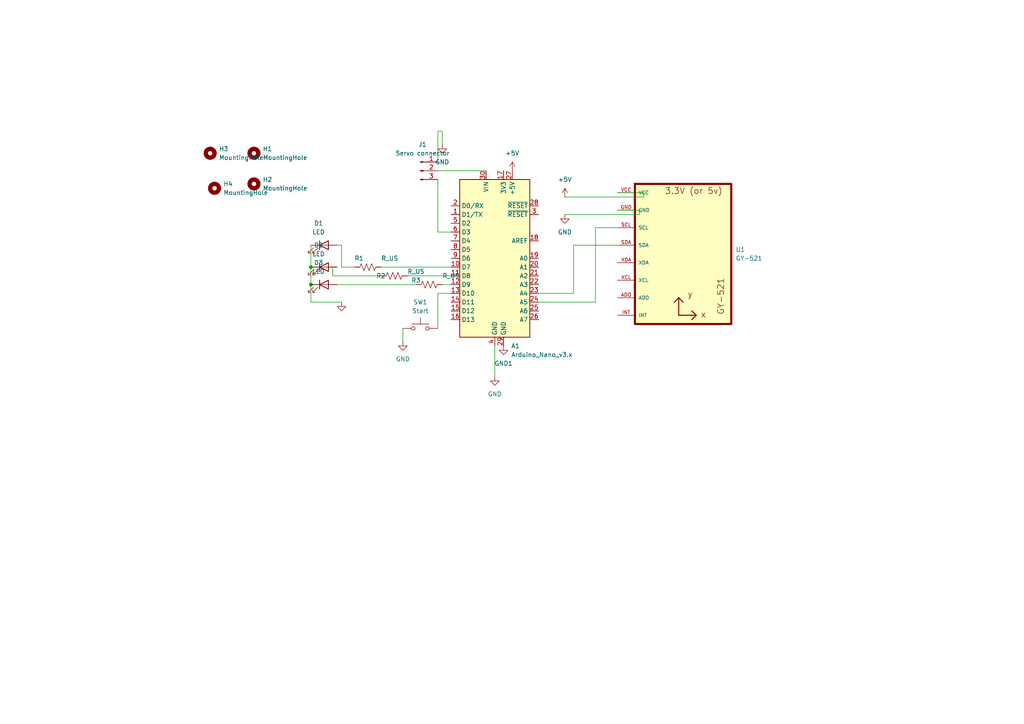
<source format=kicad_sch>
(kicad_sch
	(version 20231120)
	(generator "eeschema")
	(generator_version "8.0")
	(uuid "1499fe2a-5b0d-4e2a-8460-2f35a659d298")
	(paper "A4")
	(title_block
		(title "Simple timer ")
		(company "Ne9n Engineering")
	)
	(lib_symbols
		(symbol "Connector:Conn_01x03_Pin"
			(pin_names
				(offset 1.016) hide)
			(exclude_from_sim no)
			(in_bom yes)
			(on_board yes)
			(property "Reference" "J"
				(at 0 5.08 0)
				(effects
					(font
						(size 1.27 1.27)
					)
				)
			)
			(property "Value" "Conn_01x03_Pin"
				(at 0 -5.08 0)
				(effects
					(font
						(size 1.27 1.27)
					)
				)
			)
			(property "Footprint" ""
				(at 0 0 0)
				(effects
					(font
						(size 1.27 1.27)
					)
					(hide yes)
				)
			)
			(property "Datasheet" "~"
				(at 0 0 0)
				(effects
					(font
						(size 1.27 1.27)
					)
					(hide yes)
				)
			)
			(property "Description" "Generic connector, single row, 01x03, script generated"
				(at 0 0 0)
				(effects
					(font
						(size 1.27 1.27)
					)
					(hide yes)
				)
			)
			(property "ki_locked" ""
				(at 0 0 0)
				(effects
					(font
						(size 1.27 1.27)
					)
				)
			)
			(property "ki_keywords" "connector"
				(at 0 0 0)
				(effects
					(font
						(size 1.27 1.27)
					)
					(hide yes)
				)
			)
			(property "ki_fp_filters" "Connector*:*_1x??_*"
				(at 0 0 0)
				(effects
					(font
						(size 1.27 1.27)
					)
					(hide yes)
				)
			)
			(symbol "Conn_01x03_Pin_1_1"
				(polyline
					(pts
						(xy 1.27 -2.54) (xy 0.8636 -2.54)
					)
					(stroke
						(width 0.1524)
						(type default)
					)
					(fill
						(type none)
					)
				)
				(polyline
					(pts
						(xy 1.27 0) (xy 0.8636 0)
					)
					(stroke
						(width 0.1524)
						(type default)
					)
					(fill
						(type none)
					)
				)
				(polyline
					(pts
						(xy 1.27 2.54) (xy 0.8636 2.54)
					)
					(stroke
						(width 0.1524)
						(type default)
					)
					(fill
						(type none)
					)
				)
				(rectangle
					(start 0.8636 -2.413)
					(end 0 -2.667)
					(stroke
						(width 0.1524)
						(type default)
					)
					(fill
						(type outline)
					)
				)
				(rectangle
					(start 0.8636 0.127)
					(end 0 -0.127)
					(stroke
						(width 0.1524)
						(type default)
					)
					(fill
						(type outline)
					)
				)
				(rectangle
					(start 0.8636 2.667)
					(end 0 2.413)
					(stroke
						(width 0.1524)
						(type default)
					)
					(fill
						(type outline)
					)
				)
				(pin passive line
					(at 5.08 2.54 180)
					(length 3.81)
					(name "Pin_1"
						(effects
							(font
								(size 1.27 1.27)
							)
						)
					)
					(number "1"
						(effects
							(font
								(size 1.27 1.27)
							)
						)
					)
				)
				(pin passive line
					(at 5.08 0 180)
					(length 3.81)
					(name "Pin_2"
						(effects
							(font
								(size 1.27 1.27)
							)
						)
					)
					(number "2"
						(effects
							(font
								(size 1.27 1.27)
							)
						)
					)
				)
				(pin passive line
					(at 5.08 -2.54 180)
					(length 3.81)
					(name "Pin_3"
						(effects
							(font
								(size 1.27 1.27)
							)
						)
					)
					(number "3"
						(effects
							(font
								(size 1.27 1.27)
							)
						)
					)
				)
			)
		)
		(symbol "Device:C"
			(pin_numbers hide)
			(pin_names
				(offset 0.254)
			)
			(exclude_from_sim no)
			(in_bom yes)
			(on_board yes)
			(property "Reference" "C"
				(at 0.635 2.54 0)
				(effects
					(font
						(size 1.27 1.27)
					)
					(justify left)
				)
			)
			(property "Value" "C"
				(at 0.635 -2.54 0)
				(effects
					(font
						(size 1.27 1.27)
					)
					(justify left)
				)
			)
			(property "Footprint" ""
				(at 0.9652 -3.81 0)
				(effects
					(font
						(size 1.27 1.27)
					)
					(hide yes)
				)
			)
			(property "Datasheet" "~"
				(at 0 0 0)
				(effects
					(font
						(size 1.27 1.27)
					)
					(hide yes)
				)
			)
			(property "Description" "Unpolarized capacitor"
				(at 0 0 0)
				(effects
					(font
						(size 1.27 1.27)
					)
					(hide yes)
				)
			)
			(property "ki_keywords" "cap capacitor"
				(at 0 0 0)
				(effects
					(font
						(size 1.27 1.27)
					)
					(hide yes)
				)
			)
			(property "ki_fp_filters" "C_*"
				(at 0 0 0)
				(effects
					(font
						(size 1.27 1.27)
					)
					(hide yes)
				)
			)
			(symbol "C_0_1"
				(polyline
					(pts
						(xy -2.032 -0.762) (xy 2.032 -0.762)
					)
					(stroke
						(width 0.508)
						(type default)
					)
					(fill
						(type none)
					)
				)
				(polyline
					(pts
						(xy -2.032 0.762) (xy 2.032 0.762)
					)
					(stroke
						(width 0.508)
						(type default)
					)
					(fill
						(type none)
					)
				)
			)
			(symbol "C_1_1"
				(pin passive line
					(at 0 3.81 270)
					(length 2.794)
					(name "~"
						(effects
							(font
								(size 1.27 1.27)
							)
						)
					)
					(number "1"
						(effects
							(font
								(size 1.27 1.27)
							)
						)
					)
				)
				(pin passive line
					(at 0 -3.81 90)
					(length 2.794)
					(name "~"
						(effects
							(font
								(size 1.27 1.27)
							)
						)
					)
					(number "2"
						(effects
							(font
								(size 1.27 1.27)
							)
						)
					)
				)
			)
		)
		(symbol "Device:LED"
			(pin_numbers hide)
			(pin_names
				(offset 1.016) hide)
			(exclude_from_sim no)
			(in_bom yes)
			(on_board yes)
			(property "Reference" "D"
				(at 0 2.54 0)
				(effects
					(font
						(size 1.27 1.27)
					)
				)
			)
			(property "Value" "LED"
				(at 0 -2.54 0)
				(effects
					(font
						(size 1.27 1.27)
					)
				)
			)
			(property "Footprint" ""
				(at 0 0 0)
				(effects
					(font
						(size 1.27 1.27)
					)
					(hide yes)
				)
			)
			(property "Datasheet" "~"
				(at 0 0 0)
				(effects
					(font
						(size 1.27 1.27)
					)
					(hide yes)
				)
			)
			(property "Description" "Light emitting diode"
				(at 0 0 0)
				(effects
					(font
						(size 1.27 1.27)
					)
					(hide yes)
				)
			)
			(property "ki_keywords" "LED diode"
				(at 0 0 0)
				(effects
					(font
						(size 1.27 1.27)
					)
					(hide yes)
				)
			)
			(property "ki_fp_filters" "LED* LED_SMD:* LED_THT:*"
				(at 0 0 0)
				(effects
					(font
						(size 1.27 1.27)
					)
					(hide yes)
				)
			)
			(symbol "LED_0_1"
				(polyline
					(pts
						(xy -1.27 -1.27) (xy -1.27 1.27)
					)
					(stroke
						(width 0.254)
						(type default)
					)
					(fill
						(type none)
					)
				)
				(polyline
					(pts
						(xy -1.27 0) (xy 1.27 0)
					)
					(stroke
						(width 0)
						(type default)
					)
					(fill
						(type none)
					)
				)
				(polyline
					(pts
						(xy 1.27 -1.27) (xy 1.27 1.27) (xy -1.27 0) (xy 1.27 -1.27)
					)
					(stroke
						(width 0.254)
						(type default)
					)
					(fill
						(type none)
					)
				)
				(polyline
					(pts
						(xy -3.048 -0.762) (xy -4.572 -2.286) (xy -3.81 -2.286) (xy -4.572 -2.286) (xy -4.572 -1.524)
					)
					(stroke
						(width 0)
						(type default)
					)
					(fill
						(type none)
					)
				)
				(polyline
					(pts
						(xy -1.778 -0.762) (xy -3.302 -2.286) (xy -2.54 -2.286) (xy -3.302 -2.286) (xy -3.302 -1.524)
					)
					(stroke
						(width 0)
						(type default)
					)
					(fill
						(type none)
					)
				)
			)
			(symbol "LED_1_1"
				(pin passive line
					(at -3.81 0 0)
					(length 2.54)
					(name "K"
						(effects
							(font
								(size 1.27 1.27)
							)
						)
					)
					(number "1"
						(effects
							(font
								(size 1.27 1.27)
							)
						)
					)
				)
				(pin passive line
					(at 3.81 0 180)
					(length 2.54)
					(name "A"
						(effects
							(font
								(size 1.27 1.27)
							)
						)
					)
					(number "2"
						(effects
							(font
								(size 1.27 1.27)
							)
						)
					)
				)
			)
		)
		(symbol "Device:R_US"
			(pin_numbers hide)
			(pin_names
				(offset 0)
			)
			(exclude_from_sim no)
			(in_bom yes)
			(on_board yes)
			(property "Reference" "R"
				(at 2.54 0 90)
				(effects
					(font
						(size 1.27 1.27)
					)
				)
			)
			(property "Value" "R_US"
				(at -2.54 0 90)
				(effects
					(font
						(size 1.27 1.27)
					)
				)
			)
			(property "Footprint" ""
				(at 1.016 -0.254 90)
				(effects
					(font
						(size 1.27 1.27)
					)
					(hide yes)
				)
			)
			(property "Datasheet" "~"
				(at 0 0 0)
				(effects
					(font
						(size 1.27 1.27)
					)
					(hide yes)
				)
			)
			(property "Description" "Resistor, US symbol"
				(at 0 0 0)
				(effects
					(font
						(size 1.27 1.27)
					)
					(hide yes)
				)
			)
			(property "ki_keywords" "R res resistor"
				(at 0 0 0)
				(effects
					(font
						(size 1.27 1.27)
					)
					(hide yes)
				)
			)
			(property "ki_fp_filters" "R_*"
				(at 0 0 0)
				(effects
					(font
						(size 1.27 1.27)
					)
					(hide yes)
				)
			)
			(symbol "R_US_0_1"
				(polyline
					(pts
						(xy 0 -2.286) (xy 0 -2.54)
					)
					(stroke
						(width 0)
						(type default)
					)
					(fill
						(type none)
					)
				)
				(polyline
					(pts
						(xy 0 2.286) (xy 0 2.54)
					)
					(stroke
						(width 0)
						(type default)
					)
					(fill
						(type none)
					)
				)
				(polyline
					(pts
						(xy 0 -0.762) (xy 1.016 -1.143) (xy 0 -1.524) (xy -1.016 -1.905) (xy 0 -2.286)
					)
					(stroke
						(width 0)
						(type default)
					)
					(fill
						(type none)
					)
				)
				(polyline
					(pts
						(xy 0 0.762) (xy 1.016 0.381) (xy 0 0) (xy -1.016 -0.381) (xy 0 -0.762)
					)
					(stroke
						(width 0)
						(type default)
					)
					(fill
						(type none)
					)
				)
				(polyline
					(pts
						(xy 0 2.286) (xy 1.016 1.905) (xy 0 1.524) (xy -1.016 1.143) (xy 0 0.762)
					)
					(stroke
						(width 0)
						(type default)
					)
					(fill
						(type none)
					)
				)
			)
			(symbol "R_US_1_1"
				(pin passive line
					(at 0 3.81 270)
					(length 1.27)
					(name "~"
						(effects
							(font
								(size 1.27 1.27)
							)
						)
					)
					(number "1"
						(effects
							(font
								(size 1.27 1.27)
							)
						)
					)
				)
				(pin passive line
					(at 0 -3.81 90)
					(length 1.27)
					(name "~"
						(effects
							(font
								(size 1.27 1.27)
							)
						)
					)
					(number "2"
						(effects
							(font
								(size 1.27 1.27)
							)
						)
					)
				)
			)
		)
		(symbol "MCU_Module:Arduino_Nano_v3.x"
			(exclude_from_sim no)
			(in_bom yes)
			(on_board yes)
			(property "Reference" "A"
				(at -10.16 23.495 0)
				(effects
					(font
						(size 1.27 1.27)
					)
					(justify left bottom)
				)
			)
			(property "Value" "Arduino_Nano_v3.x"
				(at 5.08 -24.13 0)
				(effects
					(font
						(size 1.27 1.27)
					)
					(justify left top)
				)
			)
			(property "Footprint" "Module:Arduino_Nano"
				(at 0 0 0)
				(effects
					(font
						(size 1.27 1.27)
						(italic yes)
					)
					(hide yes)
				)
			)
			(property "Datasheet" "http://www.mouser.com/pdfdocs/Gravitech_Arduino_Nano3_0.pdf"
				(at 0 0 0)
				(effects
					(font
						(size 1.27 1.27)
					)
					(hide yes)
				)
			)
			(property "Description" "Arduino Nano v3.x"
				(at 0 0 0)
				(effects
					(font
						(size 1.27 1.27)
					)
					(hide yes)
				)
			)
			(property "ki_keywords" "Arduino nano microcontroller module USB"
				(at 0 0 0)
				(effects
					(font
						(size 1.27 1.27)
					)
					(hide yes)
				)
			)
			(property "ki_fp_filters" "Arduino*Nano*"
				(at 0 0 0)
				(effects
					(font
						(size 1.27 1.27)
					)
					(hide yes)
				)
			)
			(symbol "Arduino_Nano_v3.x_0_1"
				(rectangle
					(start -10.16 22.86)
					(end 10.16 -22.86)
					(stroke
						(width 0.254)
						(type default)
					)
					(fill
						(type background)
					)
				)
			)
			(symbol "Arduino_Nano_v3.x_1_1"
				(pin bidirectional line
					(at -12.7 12.7 0)
					(length 2.54)
					(name "D1/TX"
						(effects
							(font
								(size 1.27 1.27)
							)
						)
					)
					(number "1"
						(effects
							(font
								(size 1.27 1.27)
							)
						)
					)
				)
				(pin bidirectional line
					(at -12.7 -2.54 0)
					(length 2.54)
					(name "D7"
						(effects
							(font
								(size 1.27 1.27)
							)
						)
					)
					(number "10"
						(effects
							(font
								(size 1.27 1.27)
							)
						)
					)
				)
				(pin bidirectional line
					(at -12.7 -5.08 0)
					(length 2.54)
					(name "D8"
						(effects
							(font
								(size 1.27 1.27)
							)
						)
					)
					(number "11"
						(effects
							(font
								(size 1.27 1.27)
							)
						)
					)
				)
				(pin bidirectional line
					(at -12.7 -7.62 0)
					(length 2.54)
					(name "D9"
						(effects
							(font
								(size 1.27 1.27)
							)
						)
					)
					(number "12"
						(effects
							(font
								(size 1.27 1.27)
							)
						)
					)
				)
				(pin bidirectional line
					(at -12.7 -10.16 0)
					(length 2.54)
					(name "D10"
						(effects
							(font
								(size 1.27 1.27)
							)
						)
					)
					(number "13"
						(effects
							(font
								(size 1.27 1.27)
							)
						)
					)
				)
				(pin bidirectional line
					(at -12.7 -12.7 0)
					(length 2.54)
					(name "D11"
						(effects
							(font
								(size 1.27 1.27)
							)
						)
					)
					(number "14"
						(effects
							(font
								(size 1.27 1.27)
							)
						)
					)
				)
				(pin bidirectional line
					(at -12.7 -15.24 0)
					(length 2.54)
					(name "D12"
						(effects
							(font
								(size 1.27 1.27)
							)
						)
					)
					(number "15"
						(effects
							(font
								(size 1.27 1.27)
							)
						)
					)
				)
				(pin bidirectional line
					(at -12.7 -17.78 0)
					(length 2.54)
					(name "D13"
						(effects
							(font
								(size 1.27 1.27)
							)
						)
					)
					(number "16"
						(effects
							(font
								(size 1.27 1.27)
							)
						)
					)
				)
				(pin power_out line
					(at 2.54 25.4 270)
					(length 2.54)
					(name "3V3"
						(effects
							(font
								(size 1.27 1.27)
							)
						)
					)
					(number "17"
						(effects
							(font
								(size 1.27 1.27)
							)
						)
					)
				)
				(pin input line
					(at 12.7 5.08 180)
					(length 2.54)
					(name "AREF"
						(effects
							(font
								(size 1.27 1.27)
							)
						)
					)
					(number "18"
						(effects
							(font
								(size 1.27 1.27)
							)
						)
					)
				)
				(pin bidirectional line
					(at 12.7 0 180)
					(length 2.54)
					(name "A0"
						(effects
							(font
								(size 1.27 1.27)
							)
						)
					)
					(number "19"
						(effects
							(font
								(size 1.27 1.27)
							)
						)
					)
				)
				(pin bidirectional line
					(at -12.7 15.24 0)
					(length 2.54)
					(name "D0/RX"
						(effects
							(font
								(size 1.27 1.27)
							)
						)
					)
					(number "2"
						(effects
							(font
								(size 1.27 1.27)
							)
						)
					)
				)
				(pin bidirectional line
					(at 12.7 -2.54 180)
					(length 2.54)
					(name "A1"
						(effects
							(font
								(size 1.27 1.27)
							)
						)
					)
					(number "20"
						(effects
							(font
								(size 1.27 1.27)
							)
						)
					)
				)
				(pin bidirectional line
					(at 12.7 -5.08 180)
					(length 2.54)
					(name "A2"
						(effects
							(font
								(size 1.27 1.27)
							)
						)
					)
					(number "21"
						(effects
							(font
								(size 1.27 1.27)
							)
						)
					)
				)
				(pin bidirectional line
					(at 12.7 -7.62 180)
					(length 2.54)
					(name "A3"
						(effects
							(font
								(size 1.27 1.27)
							)
						)
					)
					(number "22"
						(effects
							(font
								(size 1.27 1.27)
							)
						)
					)
				)
				(pin bidirectional line
					(at 12.7 -10.16 180)
					(length 2.54)
					(name "A4"
						(effects
							(font
								(size 1.27 1.27)
							)
						)
					)
					(number "23"
						(effects
							(font
								(size 1.27 1.27)
							)
						)
					)
				)
				(pin bidirectional line
					(at 12.7 -12.7 180)
					(length 2.54)
					(name "A5"
						(effects
							(font
								(size 1.27 1.27)
							)
						)
					)
					(number "24"
						(effects
							(font
								(size 1.27 1.27)
							)
						)
					)
				)
				(pin bidirectional line
					(at 12.7 -15.24 180)
					(length 2.54)
					(name "A6"
						(effects
							(font
								(size 1.27 1.27)
							)
						)
					)
					(number "25"
						(effects
							(font
								(size 1.27 1.27)
							)
						)
					)
				)
				(pin bidirectional line
					(at 12.7 -17.78 180)
					(length 2.54)
					(name "A7"
						(effects
							(font
								(size 1.27 1.27)
							)
						)
					)
					(number "26"
						(effects
							(font
								(size 1.27 1.27)
							)
						)
					)
				)
				(pin power_out line
					(at 5.08 25.4 270)
					(length 2.54)
					(name "+5V"
						(effects
							(font
								(size 1.27 1.27)
							)
						)
					)
					(number "27"
						(effects
							(font
								(size 1.27 1.27)
							)
						)
					)
				)
				(pin input line
					(at 12.7 15.24 180)
					(length 2.54)
					(name "~{RESET}"
						(effects
							(font
								(size 1.27 1.27)
							)
						)
					)
					(number "28"
						(effects
							(font
								(size 1.27 1.27)
							)
						)
					)
				)
				(pin power_in line
					(at 2.54 -25.4 90)
					(length 2.54)
					(name "GND"
						(effects
							(font
								(size 1.27 1.27)
							)
						)
					)
					(number "29"
						(effects
							(font
								(size 1.27 1.27)
							)
						)
					)
				)
				(pin input line
					(at 12.7 12.7 180)
					(length 2.54)
					(name "~{RESET}"
						(effects
							(font
								(size 1.27 1.27)
							)
						)
					)
					(number "3"
						(effects
							(font
								(size 1.27 1.27)
							)
						)
					)
				)
				(pin power_in line
					(at -2.54 25.4 270)
					(length 2.54)
					(name "VIN"
						(effects
							(font
								(size 1.27 1.27)
							)
						)
					)
					(number "30"
						(effects
							(font
								(size 1.27 1.27)
							)
						)
					)
				)
				(pin power_in line
					(at 0 -25.4 90)
					(length 2.54)
					(name "GND"
						(effects
							(font
								(size 1.27 1.27)
							)
						)
					)
					(number "4"
						(effects
							(font
								(size 1.27 1.27)
							)
						)
					)
				)
				(pin bidirectional line
					(at -12.7 10.16 0)
					(length 2.54)
					(name "D2"
						(effects
							(font
								(size 1.27 1.27)
							)
						)
					)
					(number "5"
						(effects
							(font
								(size 1.27 1.27)
							)
						)
					)
				)
				(pin bidirectional line
					(at -12.7 7.62 0)
					(length 2.54)
					(name "D3"
						(effects
							(font
								(size 1.27 1.27)
							)
						)
					)
					(number "6"
						(effects
							(font
								(size 1.27 1.27)
							)
						)
					)
				)
				(pin bidirectional line
					(at -12.7 5.08 0)
					(length 2.54)
					(name "D4"
						(effects
							(font
								(size 1.27 1.27)
							)
						)
					)
					(number "7"
						(effects
							(font
								(size 1.27 1.27)
							)
						)
					)
				)
				(pin bidirectional line
					(at -12.7 2.54 0)
					(length 2.54)
					(name "D5"
						(effects
							(font
								(size 1.27 1.27)
							)
						)
					)
					(number "8"
						(effects
							(font
								(size 1.27 1.27)
							)
						)
					)
				)
				(pin bidirectional line
					(at -12.7 0 0)
					(length 2.54)
					(name "D6"
						(effects
							(font
								(size 1.27 1.27)
							)
						)
					)
					(number "9"
						(effects
							(font
								(size 1.27 1.27)
							)
						)
					)
				)
			)
		)
		(symbol "Mechanical:MountingHole"
			(pin_names
				(offset 1.016)
			)
			(exclude_from_sim no)
			(in_bom yes)
			(on_board yes)
			(property "Reference" "H"
				(at 0 5.08 0)
				(effects
					(font
						(size 1.27 1.27)
					)
				)
			)
			(property "Value" "MountingHole"
				(at 0 3.175 0)
				(effects
					(font
						(size 1.27 1.27)
					)
				)
			)
			(property "Footprint" ""
				(at 0 0 0)
				(effects
					(font
						(size 1.27 1.27)
					)
					(hide yes)
				)
			)
			(property "Datasheet" "~"
				(at 0 0 0)
				(effects
					(font
						(size 1.27 1.27)
					)
					(hide yes)
				)
			)
			(property "Description" "Mounting Hole without connection"
				(at 0 0 0)
				(effects
					(font
						(size 1.27 1.27)
					)
					(hide yes)
				)
			)
			(property "ki_keywords" "mounting hole"
				(at 0 0 0)
				(effects
					(font
						(size 1.27 1.27)
					)
					(hide yes)
				)
			)
			(property "ki_fp_filters" "MountingHole*"
				(at 0 0 0)
				(effects
					(font
						(size 1.27 1.27)
					)
					(hide yes)
				)
			)
			(symbol "MountingHole_0_1"
				(circle
					(center 0 0)
					(radius 1.27)
					(stroke
						(width 1.27)
						(type default)
					)
					(fill
						(type none)
					)
				)
			)
		)
		(symbol "Switch:SW_Omron_B3FS"
			(pin_numbers hide)
			(pin_names
				(offset 1.016) hide)
			(exclude_from_sim no)
			(in_bom yes)
			(on_board yes)
			(property "Reference" "SW"
				(at 1.27 2.54 0)
				(effects
					(font
						(size 1.27 1.27)
					)
					(justify left)
				)
			)
			(property "Value" "SW_Omron_B3FS"
				(at 0 -1.524 0)
				(effects
					(font
						(size 1.27 1.27)
					)
				)
			)
			(property "Footprint" ""
				(at 0 5.08 0)
				(effects
					(font
						(size 1.27 1.27)
					)
					(hide yes)
				)
			)
			(property "Datasheet" "https://omronfs.omron.com/en_US/ecb/products/pdf/en-b3fs.pdf"
				(at 0 5.08 0)
				(effects
					(font
						(size 1.27 1.27)
					)
					(hide yes)
				)
			)
			(property "Description" "Omron B3FS 6x6mm single pole normally-open tactile switch"
				(at 0 0 0)
				(effects
					(font
						(size 1.27 1.27)
					)
					(hide yes)
				)
			)
			(property "ki_keywords" "switch normally-open pushbutton push-button"
				(at 0 0 0)
				(effects
					(font
						(size 1.27 1.27)
					)
					(hide yes)
				)
			)
			(property "ki_fp_filters" "SW*Omron*B3FS*"
				(at 0 0 0)
				(effects
					(font
						(size 1.27 1.27)
					)
					(hide yes)
				)
			)
			(symbol "SW_Omron_B3FS_0_1"
				(circle
					(center -2.032 0)
					(radius 0.508)
					(stroke
						(width 0)
						(type default)
					)
					(fill
						(type none)
					)
				)
				(polyline
					(pts
						(xy 0 1.27) (xy 0 3.048)
					)
					(stroke
						(width 0)
						(type default)
					)
					(fill
						(type none)
					)
				)
				(polyline
					(pts
						(xy 2.54 1.27) (xy -2.54 1.27)
					)
					(stroke
						(width 0)
						(type default)
					)
					(fill
						(type none)
					)
				)
				(circle
					(center 2.032 0)
					(radius 0.508)
					(stroke
						(width 0)
						(type default)
					)
					(fill
						(type none)
					)
				)
				(pin passive line
					(at -5.08 0 0)
					(length 2.54)
					(name "1"
						(effects
							(font
								(size 1.27 1.27)
							)
						)
					)
					(number "1"
						(effects
							(font
								(size 1.27 1.27)
							)
						)
					)
				)
				(pin passive line
					(at 5.08 0 180)
					(length 2.54)
					(name "2"
						(effects
							(font
								(size 1.27 1.27)
							)
						)
					)
					(number "2"
						(effects
							(font
								(size 1.27 1.27)
							)
						)
					)
				)
			)
		)
		(symbol "dave:Gy_521"
			(pin_names
				(offset 1.016)
			)
			(exclude_from_sim no)
			(in_bom yes)
			(on_board yes)
			(property "Reference" "U"
				(at -86.36 -48.26 0)
				(effects
					(font
						(size 1.27 1.27)
					)
					(justify bottom)
				)
			)
			(property "Value" "GY-521"
				(at -86.36 -48.26 0)
				(effects
					(font
						(size 1.27 1.27)
					)
					(justify bottom)
				)
			)
			(property "Footprint" "GY-521:GY-521"
				(at -86.36 -48.26 0)
				(effects
					(font
						(size 1.27 1.27)
					)
					(justify bottom)
					(hide yes)
				)
			)
			(property "Datasheet" ""
				(at -86.36 -48.26 0)
				(effects
					(font
						(size 1.27 1.27)
					)
					(hide yes)
				)
			)
			(property "Description" "\nTriple Axis Accelerometer Gyro Breakout\n"
				(at -86.36 -48.26 0)
				(effects
					(font
						(size 1.27 1.27)
					)
					(justify bottom)
					(hide yes)
				)
			)
			(property "MF" "GODREAM FORDREAM CO., LIMITED"
				(at -86.36 -48.26 0)
				(effects
					(font
						(size 1.27 1.27)
					)
					(justify bottom)
					(hide yes)
				)
			)
			(property "Package" "Package"
				(at -86.36 -48.26 0)
				(effects
					(font
						(size 1.27 1.27)
					)
					(justify bottom)
					(hide yes)
				)
			)
			(property "Price" "None"
				(at -86.36 -48.26 0)
				(effects
					(font
						(size 1.27 1.27)
					)
					(justify bottom)
					(hide yes)
				)
			)
			(property "SnapEDA_Link" "https://www.snapeda.com/parts/GY-521/GODREAM+FORDREAM+CO.%252C+LIMITED/view-part/?ref=snap"
				(at 0 0 0)
				(effects
					(font
						(size 1.27 1.27)
					)
					(justify bottom)
					(hide yes)
				)
			)
			(property "MP" "GY-521"
				(at -86.36 -48.26 0)
				(effects
					(font
						(size 1.27 1.27)
					)
					(justify bottom)
					(hide yes)
				)
			)
			(property "Availability" "Not in stock"
				(at -86.36 -48.26 0)
				(effects
					(font
						(size 1.27 1.27)
					)
					(justify bottom)
					(hide yes)
				)
			)
			(property "Check_prices" "https://www.snapeda.com/parts/GY-521/GODREAM+FORDREAM+CO.%252C+LIMITED/view-part/?ref=eda"
				(at 0 0 0)
				(effects
					(font
						(size 1.27 1.27)
					)
					(justify bottom)
					(hide yes)
				)
			)
			(symbol "Gy_521_0_0"
				(rectangle
					(start -96.52 -30.48)
					(end -68.58 -71.12)
					(stroke
						(width 0.6096)
						(type default)
					)
					(fill
						(type background)
					)
				)
				(polyline
					(pts
						(xy -83.82 -68.58) (xy -83.82 -63.5)
					)
					(stroke
						(width 0.3048)
						(type default)
					)
					(fill
						(type none)
					)
				)
				(polyline
					(pts
						(xy -83.82 -68.58) (xy -78.74 -68.58)
					)
					(stroke
						(width 0.3048)
						(type default)
					)
					(fill
						(type none)
					)
				)
				(polyline
					(pts
						(xy -83.82 -63.5) (xy -85.09 -64.77)
					)
					(stroke
						(width 0.3048)
						(type default)
					)
					(fill
						(type none)
					)
				)
				(polyline
					(pts
						(xy -83.82 -63.5) (xy -82.55 -64.77)
					)
					(stroke
						(width 0.3048)
						(type default)
					)
					(fill
						(type none)
					)
				)
				(polyline
					(pts
						(xy -78.74 -68.58) (xy -80.01 -69.85)
					)
					(stroke
						(width 0.3048)
						(type default)
					)
					(fill
						(type none)
					)
				)
				(polyline
					(pts
						(xy -78.74 -68.58) (xy -80.01 -67.31)
					)
					(stroke
						(width 0.3048)
						(type default)
					)
					(fill
						(type none)
					)
				)
				(text "3.3V (or 5v)"
					(at -87.884 -33.528 0)
					(effects
						(font
							(size 1.778 1.778)
						)
						(justify left bottom)
					)
				)
				(text "GY-521"
					(at -72.644 -57.658 900)
					(effects
						(font
							(size 1.778 1.778)
						)
						(justify right top)
					)
				)
				(text "x"
					(at -77.47 -69.342 0)
					(effects
						(font
							(size 1.778 1.778)
						)
						(justify left bottom)
					)
				)
				(text "y"
					(at -81.28 -63.5 0)
					(effects
						(font
							(size 1.778 1.778)
						)
						(justify left bottom)
					)
				)
				(pin bidirectional line
					(at -101.6 -63.5 0)
					(length 5.08)
					(name "ADO"
						(effects
							(font
								(size 1.016 1.016)
							)
						)
					)
					(number "ADO"
						(effects
							(font
								(size 1.016 1.016)
							)
						)
					)
				)
				(pin bidirectional line
					(at -101.6 -38.1 0)
					(length 5.08)
					(name "GND"
						(effects
							(font
								(size 1.016 1.016)
							)
						)
					)
					(number "GND"
						(effects
							(font
								(size 1.016 1.016)
							)
						)
					)
				)
				(pin bidirectional line
					(at -101.6 -68.58 0)
					(length 5.08)
					(name "INT"
						(effects
							(font
								(size 1.016 1.016)
							)
						)
					)
					(number "INT"
						(effects
							(font
								(size 1.016 1.016)
							)
						)
					)
				)
				(pin bidirectional line
					(at -101.6 -43.18 0)
					(length 5.08)
					(name "SCL"
						(effects
							(font
								(size 1.016 1.016)
							)
						)
					)
					(number "SCL"
						(effects
							(font
								(size 1.016 1.016)
							)
						)
					)
				)
				(pin bidirectional line
					(at -101.6 -48.26 0)
					(length 5.08)
					(name "SDA"
						(effects
							(font
								(size 1.016 1.016)
							)
						)
					)
					(number "SDA"
						(effects
							(font
								(size 1.016 1.016)
							)
						)
					)
				)
				(pin bidirectional line
					(at -101.6 -33.02 0)
					(length 5.08)
					(name "VCC"
						(effects
							(font
								(size 1.016 1.016)
							)
						)
					)
					(number "VCC"
						(effects
							(font
								(size 1.016 1.016)
							)
						)
					)
				)
				(pin bidirectional line
					(at -101.6 -58.42 0)
					(length 5.08)
					(name "XCL"
						(effects
							(font
								(size 1.016 1.016)
							)
						)
					)
					(number "XCL"
						(effects
							(font
								(size 1.016 1.016)
							)
						)
					)
				)
				(pin bidirectional line
					(at -101.6 -53.34 0)
					(length 5.08)
					(name "XDA"
						(effects
							(font
								(size 1.016 1.016)
							)
						)
					)
					(number "XDA"
						(effects
							(font
								(size 1.016 1.016)
							)
						)
					)
				)
			)
		)
		(symbol "power:+5V"
			(power)
			(pin_names
				(offset 0)
			)
			(exclude_from_sim no)
			(in_bom yes)
			(on_board yes)
			(property "Reference" "#PWR"
				(at 0 -3.81 0)
				(effects
					(font
						(size 1.27 1.27)
					)
					(hide yes)
				)
			)
			(property "Value" "+5V"
				(at 0 3.556 0)
				(effects
					(font
						(size 1.27 1.27)
					)
				)
			)
			(property "Footprint" ""
				(at 0 0 0)
				(effects
					(font
						(size 1.27 1.27)
					)
					(hide yes)
				)
			)
			(property "Datasheet" ""
				(at 0 0 0)
				(effects
					(font
						(size 1.27 1.27)
					)
					(hide yes)
				)
			)
			(property "Description" "Power symbol creates a global label with name \"+5V\""
				(at 0 0 0)
				(effects
					(font
						(size 1.27 1.27)
					)
					(hide yes)
				)
			)
			(property "ki_keywords" "global power"
				(at 0 0 0)
				(effects
					(font
						(size 1.27 1.27)
					)
					(hide yes)
				)
			)
			(symbol "+5V_0_1"
				(polyline
					(pts
						(xy -0.762 1.27) (xy 0 2.54)
					)
					(stroke
						(width 0)
						(type default)
					)
					(fill
						(type none)
					)
				)
				(polyline
					(pts
						(xy 0 0) (xy 0 2.54)
					)
					(stroke
						(width 0)
						(type default)
					)
					(fill
						(type none)
					)
				)
				(polyline
					(pts
						(xy 0 2.54) (xy 0.762 1.27)
					)
					(stroke
						(width 0)
						(type default)
					)
					(fill
						(type none)
					)
				)
			)
			(symbol "+5V_1_1"
				(pin power_in line
					(at 0 0 90)
					(length 0) hide
					(name "+5V"
						(effects
							(font
								(size 1.27 1.27)
							)
						)
					)
					(number "1"
						(effects
							(font
								(size 1.27 1.27)
							)
						)
					)
				)
			)
		)
		(symbol "power:GND"
			(power)
			(pin_names
				(offset 0)
			)
			(exclude_from_sim no)
			(in_bom yes)
			(on_board yes)
			(property "Reference" "#PWR"
				(at 0 -6.35 0)
				(effects
					(font
						(size 1.27 1.27)
					)
					(hide yes)
				)
			)
			(property "Value" "GND"
				(at 0 -3.81 0)
				(effects
					(font
						(size 1.27 1.27)
					)
				)
			)
			(property "Footprint" ""
				(at 0 0 0)
				(effects
					(font
						(size 1.27 1.27)
					)
					(hide yes)
				)
			)
			(property "Datasheet" ""
				(at 0 0 0)
				(effects
					(font
						(size 1.27 1.27)
					)
					(hide yes)
				)
			)
			(property "Description" "Power symbol creates a global label with name \"GND\" , ground"
				(at 0 0 0)
				(effects
					(font
						(size 1.27 1.27)
					)
					(hide yes)
				)
			)
			(property "ki_keywords" "global power"
				(at 0 0 0)
				(effects
					(font
						(size 1.27 1.27)
					)
					(hide yes)
				)
			)
			(symbol "GND_0_1"
				(polyline
					(pts
						(xy 0 0) (xy 0 -1.27) (xy 1.27 -1.27) (xy 0 -2.54) (xy -1.27 -1.27) (xy 0 -1.27)
					)
					(stroke
						(width 0)
						(type default)
					)
					(fill
						(type none)
					)
				)
			)
			(symbol "GND_1_1"
				(pin power_in line
					(at 0 0 270)
					(length 0) hide
					(name "GND"
						(effects
							(font
								(size 1.27 1.27)
							)
						)
					)
					(number "1"
						(effects
							(font
								(size 1.27 1.27)
							)
						)
					)
				)
			)
		)
		(symbol "power:GND1"
			(power)
			(pin_names
				(offset 0)
			)
			(exclude_from_sim no)
			(in_bom yes)
			(on_board yes)
			(property "Reference" "#PWR"
				(at 0 -6.35 0)
				(effects
					(font
						(size 1.27 1.27)
					)
					(hide yes)
				)
			)
			(property "Value" "GND1"
				(at 0 -3.81 0)
				(effects
					(font
						(size 1.27 1.27)
					)
				)
			)
			(property "Footprint" ""
				(at 0 0 0)
				(effects
					(font
						(size 1.27 1.27)
					)
					(hide yes)
				)
			)
			(property "Datasheet" ""
				(at 0 0 0)
				(effects
					(font
						(size 1.27 1.27)
					)
					(hide yes)
				)
			)
			(property "Description" "Power symbol creates a global label with name \"GND1\" , ground"
				(at 0 0 0)
				(effects
					(font
						(size 1.27 1.27)
					)
					(hide yes)
				)
			)
			(property "ki_keywords" "global power"
				(at 0 0 0)
				(effects
					(font
						(size 1.27 1.27)
					)
					(hide yes)
				)
			)
			(symbol "GND1_0_1"
				(polyline
					(pts
						(xy 0 0) (xy 0 -1.27) (xy 1.27 -1.27) (xy 0 -2.54) (xy -1.27 -1.27) (xy 0 -1.27)
					)
					(stroke
						(width 0)
						(type default)
					)
					(fill
						(type none)
					)
				)
			)
			(symbol "GND1_1_1"
				(pin power_in line
					(at 0 0 270)
					(length 0) hide
					(name "GND1"
						(effects
							(font
								(size 1.27 1.27)
							)
						)
					)
					(number "1"
						(effects
							(font
								(size 1.27 1.27)
							)
						)
					)
				)
			)
		)
	)
	(junction
		(at 90.17 77.47)
		(diameter 0)
		(color 0 0 0 0)
		(uuid "568f6045-0b16-4941-9a3c-4da421153d23")
	)
	(junction
		(at 90.17 82.55)
		(diameter 0)
		(color 0 0 0 0)
		(uuid "978dc855-5a65-40f7-9e46-15cf00d1b300")
	)
	(wire
		(pts
			(xy 96.52 77.47) (xy 97.79 77.47)
		)
		(stroke
			(width 0)
			(type default)
		)
		(uuid "05fe608c-98e0-4045-a1c2-23d95027eba5")
	)
	(wire
		(pts
			(xy 166.37 85.09) (xy 156.21 85.09)
		)
		(stroke
			(width 0)
			(type default)
		)
		(uuid "081cc672-8272-4bbd-92d3-a1146466c3e7")
	)
	(wire
		(pts
			(xy 185.42 60.96) (xy 179.07 60.96)
		)
		(stroke
			(width 0)
			(type default)
		)
		(uuid "13d49cd9-e7c4-4fa6-9264-71e6f61d2b50")
	)
	(wire
		(pts
			(xy 99.06 71.12) (xy 97.79 71.12)
		)
		(stroke
			(width 0)
			(type default)
		)
		(uuid "1c8f36f6-0562-457e-b20a-256df486f78c")
	)
	(wire
		(pts
			(xy 127 67.31) (xy 130.81 67.31)
		)
		(stroke
			(width 0)
			(type default)
		)
		(uuid "23048a38-1b43-4836-a1f1-9b61387f351d")
	)
	(wire
		(pts
			(xy 166.37 71.12) (xy 179.07 71.12)
		)
		(stroke
			(width 0)
			(type default)
		)
		(uuid "247389e3-5197-4efe-9a84-358e6676268b")
	)
	(wire
		(pts
			(xy 90.17 77.47) (xy 90.17 82.55)
		)
		(stroke
			(width 0)
			(type default)
		)
		(uuid "29d40700-325d-4dfe-ac84-34305bc5bfc6")
	)
	(wire
		(pts
			(xy 127 85.09) (xy 130.81 85.09)
		)
		(stroke
			(width 0)
			(type default)
		)
		(uuid "325a39fa-693f-459e-b34e-8ffdefcc3080")
	)
	(wire
		(pts
			(xy 99.06 77.47) (xy 99.06 71.12)
		)
		(stroke
			(width 0)
			(type default)
		)
		(uuid "3d107c23-c127-415d-b683-77e3ee89eaa4")
	)
	(wire
		(pts
			(xy 90.17 87.63) (xy 99.06 87.63)
		)
		(stroke
			(width 0)
			(type default)
		)
		(uuid "4539fbfe-de77-4970-89fa-7cd34c0f5e7b")
	)
	(wire
		(pts
			(xy 116.84 95.25) (xy 116.84 99.06)
		)
		(stroke
			(width 0)
			(type default)
		)
		(uuid "5050222c-038e-4667-88b9-ebd7f2a27f01")
	)
	(wire
		(pts
			(xy 172.72 66.04) (xy 179.07 66.04)
		)
		(stroke
			(width 0)
			(type default)
		)
		(uuid "551f1ea0-6637-4f2c-96cd-bfd8cfe2b7de")
	)
	(wire
		(pts
			(xy 172.72 66.04) (xy 172.72 87.63)
		)
		(stroke
			(width 0)
			(type default)
		)
		(uuid "5dff1b05-6beb-4657-ba4a-f690e146858e")
	)
	(wire
		(pts
			(xy 166.37 71.12) (xy 166.37 85.09)
		)
		(stroke
			(width 0)
			(type default)
		)
		(uuid "622afffa-cfa9-47d5-9fd8-441717ec1098")
	)
	(wire
		(pts
			(xy 127 95.25) (xy 127 85.09)
		)
		(stroke
			(width 0)
			(type default)
		)
		(uuid "6ac969de-0cf7-4b3f-ac51-1b255d648352")
	)
	(wire
		(pts
			(xy 90.17 82.55) (xy 90.17 87.63)
		)
		(stroke
			(width 0)
			(type default)
		)
		(uuid "729454a1-2e41-4a18-a1b3-a6175fa627d3")
	)
	(wire
		(pts
			(xy 143.51 100.33) (xy 143.51 109.22)
		)
		(stroke
			(width 0)
			(type default)
		)
		(uuid "78aebbf8-f6ab-4df9-85c4-7573ddc7b10d")
	)
	(wire
		(pts
			(xy 128.27 82.55) (xy 130.81 82.55)
		)
		(stroke
			(width 0)
			(type default)
		)
		(uuid "7cf534c0-e41d-4d00-b4f1-eb285ef5870c")
	)
	(wire
		(pts
			(xy 185.42 62.23) (xy 163.83 62.23)
		)
		(stroke
			(width 0)
			(type default)
		)
		(uuid "8c799ee6-3fde-4ef3-8684-77e9e0b12a50")
	)
	(wire
		(pts
			(xy 90.17 71.12) (xy 90.17 77.47)
		)
		(stroke
			(width 0)
			(type default)
		)
		(uuid "a0205396-aace-40f4-8041-a9ed385dbb56")
	)
	(wire
		(pts
			(xy 127 46.99) (xy 127 38.1)
		)
		(stroke
			(width 0)
			(type default)
		)
		(uuid "ab6a614f-6557-4533-b2df-245b9aa62ab1")
	)
	(wire
		(pts
			(xy 96.52 77.47) (xy 96.52 80.01)
		)
		(stroke
			(width 0)
			(type default)
		)
		(uuid "aedf45b5-130c-47e4-a9bb-5a949b76a3d8")
	)
	(wire
		(pts
			(xy 127 38.1) (xy 128.27 38.1)
		)
		(stroke
			(width 0)
			(type default)
		)
		(uuid "b06fd3ba-cd86-45f6-8635-7eeeaaf1b121")
	)
	(wire
		(pts
			(xy 128.27 38.1) (xy 128.27 41.91)
		)
		(stroke
			(width 0)
			(type default)
		)
		(uuid "b3652234-863c-4486-b6c9-0ecb5a013686")
	)
	(wire
		(pts
			(xy 110.49 77.47) (xy 130.81 77.47)
		)
		(stroke
			(width 0)
			(type default)
		)
		(uuid "bea92cd9-deb1-4b1c-a702-c444f0af881c")
	)
	(wire
		(pts
			(xy 186.69 55.88) (xy 186.69 57.15)
		)
		(stroke
			(width 0)
			(type default)
		)
		(uuid "bf64687d-12bc-40a0-a85e-1ed6d983e0f9")
	)
	(wire
		(pts
			(xy 127 49.53) (xy 140.97 49.53)
		)
		(stroke
			(width 0)
			(type default)
		)
		(uuid "c135c08f-598b-44a1-9da1-b595fd8bf5a4")
	)
	(wire
		(pts
			(xy 110.49 80.01) (xy 96.52 80.01)
		)
		(stroke
			(width 0)
			(type default)
		)
		(uuid "c614925e-ac4b-45ca-922c-26be2ce08808")
	)
	(wire
		(pts
			(xy 186.69 57.15) (xy 163.83 57.15)
		)
		(stroke
			(width 0)
			(type default)
		)
		(uuid "ca4aec41-c12d-4f1d-86c7-01678bcc0b2a")
	)
	(wire
		(pts
			(xy 185.42 60.96) (xy 185.42 62.23)
		)
		(stroke
			(width 0)
			(type default)
		)
		(uuid "d07e7ce6-228f-4e0d-89c4-13306604f0bd")
	)
	(wire
		(pts
			(xy 127 52.07) (xy 127 67.31)
		)
		(stroke
			(width 0)
			(type default)
		)
		(uuid "e15767a8-24ba-4270-8543-c0b6981a099c")
	)
	(wire
		(pts
			(xy 156.21 87.63) (xy 172.72 87.63)
		)
		(stroke
			(width 0)
			(type default)
		)
		(uuid "e2cbdfa3-2761-4446-9f6b-98295553392a")
	)
	(wire
		(pts
			(xy 97.79 82.55) (xy 120.65 82.55)
		)
		(stroke
			(width 0)
			(type default)
		)
		(uuid "ec1eb2db-10c0-4143-88e8-0b2ca1643e7c")
	)
	(wire
		(pts
			(xy 179.07 55.88) (xy 186.69 55.88)
		)
		(stroke
			(width 0)
			(type default)
		)
		(uuid "f2cdfeb1-4500-4a29-99dd-2ec7abe6a4d3")
	)
	(wire
		(pts
			(xy 102.87 77.47) (xy 99.06 77.47)
		)
		(stroke
			(width 0)
			(type default)
		)
		(uuid "f2e0db20-cf8e-4d83-a8b8-973b3a5214f1")
	)
	(wire
		(pts
			(xy 118.11 80.01) (xy 130.81 80.01)
		)
		(stroke
			(width 0)
			(type default)
		)
		(uuid "fb939ca4-aac6-4154-bad2-39ac663b9fc1")
	)
	(symbol
		(lib_id "power:+5V")
		(at 163.83 57.15 0)
		(unit 1)
		(exclude_from_sim no)
		(in_bom yes)
		(on_board yes)
		(dnp no)
		(fields_autoplaced yes)
		(uuid "0c393886-c9e1-410a-8f1a-9232f59f3422")
		(property "Reference" "#PWR06"
			(at 163.83 60.96 0)
			(effects
				(font
					(size 1.27 1.27)
				)
				(hide yes)
			)
		)
		(property "Value" "+5V"
			(at 163.83 52.07 0)
			(effects
				(font
					(size 1.27 1.27)
				)
			)
		)
		(property "Footprint" ""
			(at 163.83 57.15 0)
			(effects
				(font
					(size 1.27 1.27)
				)
				(hide yes)
			)
		)
		(property "Datasheet" ""
			(at 163.83 57.15 0)
			(effects
				(font
					(size 1.27 1.27)
				)
				(hide yes)
			)
		)
		(property "Description" ""
			(at 163.83 57.15 0)
			(effects
				(font
					(size 1.27 1.27)
				)
				(hide yes)
			)
		)
		(pin "1"
			(uuid "7a337e25-5c3f-4545-a88d-8d95a92e6b20")
		)
		(instances
			(project "test"
				(path "/1499fe2a-5b0d-4e2a-8460-2f35a659d298"
					(reference "#PWR06")
					(unit 1)
				)
			)
		)
	)
	(symbol
		(lib_id "Device:LED")
		(at 93.98 77.47 0)
		(unit 1)
		(exclude_from_sim no)
		(in_bom yes)
		(on_board yes)
		(dnp no)
		(fields_autoplaced yes)
		(uuid "10f03c1e-ea96-4f1e-91cc-c5f18bd28811")
		(property "Reference" "D2"
			(at 92.3925 71.12 0)
			(effects
				(font
					(size 1.27 1.27)
				)
			)
		)
		(property "Value" "LED"
			(at 92.3925 73.66 0)
			(effects
				(font
					(size 1.27 1.27)
				)
			)
		)
		(property "Footprint" "LED_THT:LED_D3.0mm"
			(at 93.98 77.47 0)
			(effects
				(font
					(size 1.27 1.27)
				)
				(hide yes)
			)
		)
		(property "Datasheet" "~"
			(at 93.98 77.47 0)
			(effects
				(font
					(size 1.27 1.27)
				)
				(hide yes)
			)
		)
		(property "Description" ""
			(at 93.98 77.47 0)
			(effects
				(font
					(size 1.27 1.27)
				)
				(hide yes)
			)
		)
		(pin "1"
			(uuid "c067bf91-edf5-4497-9ca3-864ae96d8588")
		)
		(pin "2"
			(uuid "f6d92448-b354-4b21-970a-27e37cd72639")
		)
		(instances
			(project "test"
				(path "/1499fe2a-5b0d-4e2a-8460-2f35a659d298"
					(reference "D2")
					(unit 1)
				)
			)
		)
	)
	(symbol
		(lib_id "power:GND")
		(at 116.84 99.06 0)
		(unit 1)
		(exclude_from_sim no)
		(in_bom yes)
		(on_board yes)
		(dnp no)
		(fields_autoplaced yes)
		(uuid "14075ab5-02aa-4c56-a4a9-3f921fa767fe")
		(property "Reference" "#PWR02"
			(at 116.84 105.41 0)
			(effects
				(font
					(size 1.27 1.27)
				)
				(hide yes)
			)
		)
		(property "Value" "GND"
			(at 116.84 104.14 0)
			(effects
				(font
					(size 1.27 1.27)
				)
			)
		)
		(property "Footprint" ""
			(at 116.84 99.06 0)
			(effects
				(font
					(size 1.27 1.27)
				)
				(hide yes)
			)
		)
		(property "Datasheet" ""
			(at 116.84 99.06 0)
			(effects
				(font
					(size 1.27 1.27)
				)
				(hide yes)
			)
		)
		(property "Description" ""
			(at 116.84 99.06 0)
			(effects
				(font
					(size 1.27 1.27)
				)
				(hide yes)
			)
		)
		(pin "1"
			(uuid "555050a1-7668-4aaf-94f6-431f38d7304f")
		)
		(instances
			(project "test"
				(path "/1499fe2a-5b0d-4e2a-8460-2f35a659d298"
					(reference "#PWR02")
					(unit 1)
				)
			)
		)
	)
	(symbol
		(lib_id "Mechanical:MountingHole")
		(at 73.66 44.45 0)
		(unit 1)
		(exclude_from_sim no)
		(in_bom yes)
		(on_board yes)
		(dnp no)
		(fields_autoplaced yes)
		(uuid "2043abe5-6dd8-470e-a97b-80a858a300c8")
		(property "Reference" "H1"
			(at 76.2 43.1799 0)
			(effects
				(font
					(size 1.27 1.27)
				)
				(justify left)
			)
		)
		(property "Value" "MountingHole"
			(at 76.2 45.7199 0)
			(effects
				(font
					(size 1.27 1.27)
				)
				(justify left)
			)
		)
		(property "Footprint" "MountingHole:MountingHole_2.2mm_M2"
			(at 73.66 44.45 0)
			(effects
				(font
					(size 1.27 1.27)
				)
				(hide yes)
			)
		)
		(property "Datasheet" "~"
			(at 73.66 44.45 0)
			(effects
				(font
					(size 1.27 1.27)
				)
				(hide yes)
			)
		)
		(property "Description" "Mounting Hole without connection"
			(at 73.66 44.45 0)
			(effects
				(font
					(size 1.27 1.27)
				)
				(hide yes)
			)
		)
		(instances
			(project "test"
				(path "/1499fe2a-5b0d-4e2a-8460-2f35a659d298"
					(reference "H1")
					(unit 1)
				)
			)
		)
	)
	(symbol
		(lib_id "power:GND1")
		(at 146.05 100.33 0)
		(unit 1)
		(exclude_from_sim no)
		(in_bom yes)
		(on_board yes)
		(dnp no)
		(fields_autoplaced yes)
		(uuid "25fed026-417b-4265-90a3-4898a13e21b2")
		(property "Reference" "#PWR08"
			(at 146.05 106.68 0)
			(effects
				(font
					(size 1.27 1.27)
				)
				(hide yes)
			)
		)
		(property "Value" "GND1"
			(at 146.05 105.41 0)
			(effects
				(font
					(size 1.27 1.27)
				)
			)
		)
		(property "Footprint" ""
			(at 146.05 100.33 0)
			(effects
				(font
					(size 1.27 1.27)
				)
				(hide yes)
			)
		)
		(property "Datasheet" ""
			(at 146.05 100.33 0)
			(effects
				(font
					(size 1.27 1.27)
				)
				(hide yes)
			)
		)
		(property "Description" ""
			(at 146.05 100.33 0)
			(effects
				(font
					(size 1.27 1.27)
				)
				(hide yes)
			)
		)
		(pin "1"
			(uuid "3d3fe14c-fddb-4fba-a1cc-16574a43ecfa")
		)
		(instances
			(project "test"
				(path "/1499fe2a-5b0d-4e2a-8460-2f35a659d298"
					(reference "#PWR08")
					(unit 1)
				)
			)
		)
	)
	(symbol
		(lib_id "Switch:SW_Omron_B3FS")
		(at 121.92 95.25 0)
		(unit 1)
		(exclude_from_sim no)
		(in_bom yes)
		(on_board yes)
		(dnp no)
		(fields_autoplaced yes)
		(uuid "328da200-72fb-43eb-8d20-94064a9aedb5")
		(property "Reference" "SW1"
			(at 121.92 87.63 0)
			(effects
				(font
					(size 1.27 1.27)
				)
			)
		)
		(property "Value" "Start"
			(at 121.92 90.17 0)
			(effects
				(font
					(size 1.27 1.27)
				)
			)
		)
		(property "Footprint" "Button_Switch_THT:SW_PUSH_6mm_H8.5mm"
			(at 121.92 90.17 0)
			(effects
				(font
					(size 1.27 1.27)
				)
				(hide yes)
			)
		)
		(property "Datasheet" "https://omronfs.omron.com/en_US/ecb/products/pdf/en-b3fs.pdf"
			(at 121.92 90.17 0)
			(effects
				(font
					(size 1.27 1.27)
				)
				(hide yes)
			)
		)
		(property "Description" ""
			(at 121.92 95.25 0)
			(effects
				(font
					(size 1.27 1.27)
				)
				(hide yes)
			)
		)
		(pin "1"
			(uuid "f0a0658f-ae12-4fe5-92c5-01427b77ad59")
		)
		(pin "2"
			(uuid "dc0d54e1-f958-474a-8e5e-cc6594198c37")
		)
		(instances
			(project "test"
				(path "/1499fe2a-5b0d-4e2a-8460-2f35a659d298"
					(reference "SW1")
					(unit 1)
				)
			)
		)
	)
	(symbol
		(lib_id "MCU_Module:Arduino_Nano_v3.x")
		(at 143.51 74.93 0)
		(unit 1)
		(exclude_from_sim no)
		(in_bom yes)
		(on_board yes)
		(dnp no)
		(fields_autoplaced yes)
		(uuid "48606d4f-39a8-4b18-9ea9-eadd5ace0cca")
		(property "Reference" "A1"
			(at 148.2441 100.33 0)
			(effects
				(font
					(size 1.27 1.27)
				)
				(justify left)
			)
		)
		(property "Value" "Arduino_Nano_v3.x"
			(at 148.2441 102.87 0)
			(effects
				(font
					(size 1.27 1.27)
				)
				(justify left)
			)
		)
		(property "Footprint" "Module:Arduino_Nano"
			(at 143.51 74.93 0)
			(effects
				(font
					(size 1.27 1.27)
					(italic yes)
				)
				(hide yes)
			)
		)
		(property "Datasheet" "http://www.mouser.com/pdfdocs/Gravitech_Arduino_Nano3_0.pdf"
			(at 143.51 74.93 0)
			(effects
				(font
					(size 1.27 1.27)
				)
				(hide yes)
			)
		)
		(property "Description" ""
			(at 143.51 74.93 0)
			(effects
				(font
					(size 1.27 1.27)
				)
				(hide yes)
			)
		)
		(pin "1"
			(uuid "d9d613af-43bb-449d-a435-a9256bba27b5")
		)
		(pin "10"
			(uuid "5c3b8df1-3afb-4151-bc0e-7211e6bba17e")
		)
		(pin "11"
			(uuid "bfe0afb8-552a-4a60-aae3-4cac1f05bdd9")
		)
		(pin "12"
			(uuid "75283a1d-dea3-4530-8f36-1a6497436042")
		)
		(pin "13"
			(uuid "1ef819e5-a32e-4fc9-a955-6b55ed01e031")
		)
		(pin "14"
			(uuid "10051432-15d3-4ad2-acbb-b319da7ed800")
		)
		(pin "15"
			(uuid "842fcb00-5602-4ec4-8fef-8aa820f0a797")
		)
		(pin "16"
			(uuid "3ccc8d0a-4f7b-48f3-87a8-e31ba9a800af")
		)
		(pin "17"
			(uuid "acd60920-7e43-414d-a0eb-95fa8b6e0a52")
		)
		(pin "18"
			(uuid "21027a3d-017b-4412-8f03-4965563c5c7b")
		)
		(pin "19"
			(uuid "44ec2750-3bd1-438a-8108-d1a616cfdd4e")
		)
		(pin "2"
			(uuid "5b971ab3-de7f-4601-80c0-3a57cefa655c")
		)
		(pin "20"
			(uuid "6d66b918-bec0-4c5e-a816-52b4d2bb349a")
		)
		(pin "21"
			(uuid "bb3e2f8f-f20f-430b-be80-58cd825a38f4")
		)
		(pin "22"
			(uuid "3293b349-406b-49bf-9052-43a5d752ee0e")
		)
		(pin "23"
			(uuid "13ef6035-49b7-4eba-b692-11d6c5ee5314")
		)
		(pin "24"
			(uuid "ba41be2a-9ac1-4a4a-88e1-fcccacd2836b")
		)
		(pin "25"
			(uuid "6fc3cc23-0b47-4b8c-875a-c5d748d0b7ff")
		)
		(pin "26"
			(uuid "655d0949-69c4-4f5b-bc22-fae89dfb1784")
		)
		(pin "27"
			(uuid "abf78f8a-7ed9-464b-a359-f68bd0a196c3")
		)
		(pin "28"
			(uuid "fbc73d11-8312-4ee6-b804-9ab0c37b1452")
		)
		(pin "29"
			(uuid "5c25d68e-5011-497f-84a2-97329d8aceb1")
		)
		(pin "3"
			(uuid "3c056d37-2e83-49b8-81ce-681b6256371a")
		)
		(pin "30"
			(uuid "10c24c70-d6d6-4766-91a1-9e06ec7288c8")
		)
		(pin "4"
			(uuid "5cf6a13e-15de-42e8-b662-53d1179cd9e8")
		)
		(pin "5"
			(uuid "a6b3a381-4cab-4201-94e3-24cc99c06bb4")
		)
		(pin "6"
			(uuid "741d2c16-c569-4f1b-922b-812e99751e68")
		)
		(pin "7"
			(uuid "04144116-bded-4c20-a259-589514670e0b")
		)
		(pin "8"
			(uuid "945e99fa-8e1b-4403-8bab-849d5b3edefb")
		)
		(pin "9"
			(uuid "16b2bdc0-e27c-4019-8314-04b76d02badc")
		)
		(instances
			(project "test"
				(path "/1499fe2a-5b0d-4e2a-8460-2f35a659d298"
					(reference "A1")
					(unit 1)
				)
			)
		)
	)
	(symbol
		(lib_id "Device:R_US")
		(at 124.46 82.55 90)
		(unit 1)
		(exclude_from_sim no)
		(in_bom yes)
		(on_board yes)
		(dnp no)
		(uuid "61977bc2-2e8c-4553-add9-af173aabc422")
		(property "Reference" "R3"
			(at 120.65 81.28 90)
			(effects
				(font
					(size 1.27 1.27)
				)
			)
		)
		(property "Value" "R_US"
			(at 130.81 80.01 90)
			(effects
				(font
					(size 1.27 1.27)
				)
			)
		)
		(property "Footprint" "Resistor_THT:R_Axial_DIN0207_L6.3mm_D2.5mm_P2.54mm_Vertical"
			(at 124.714 81.534 90)
			(effects
				(font
					(size 1.27 1.27)
				)
				(hide yes)
			)
		)
		(property "Datasheet" "~"
			(at 124.46 82.55 0)
			(effects
				(font
					(size 1.27 1.27)
				)
				(hide yes)
			)
		)
		(property "Description" ""
			(at 124.46 82.55 0)
			(effects
				(font
					(size 1.27 1.27)
				)
				(hide yes)
			)
		)
		(pin "1"
			(uuid "fb5c295f-4207-48da-8168-5cb9bbf7300a")
		)
		(pin "2"
			(uuid "9a0fefeb-7c1e-4e5c-8b03-373ae87ec655")
		)
		(instances
			(project "test"
				(path "/1499fe2a-5b0d-4e2a-8460-2f35a659d298"
					(reference "R3")
					(unit 1)
				)
			)
		)
	)
	(symbol
		(lib_id "Mechanical:MountingHole")
		(at 73.66 53.34 0)
		(unit 1)
		(exclude_from_sim no)
		(in_bom yes)
		(on_board yes)
		(dnp no)
		(fields_autoplaced yes)
		(uuid "6609198a-4585-4640-aeea-d191daccc728")
		(property "Reference" "H2"
			(at 76.2 52.0699 0)
			(effects
				(font
					(size 1.27 1.27)
				)
				(justify left)
			)
		)
		(property "Value" "MountingHole"
			(at 76.2 54.6099 0)
			(effects
				(font
					(size 1.27 1.27)
				)
				(justify left)
			)
		)
		(property "Footprint" "MountingHole:MountingHole_2.2mm_M2"
			(at 73.66 53.34 0)
			(effects
				(font
					(size 1.27 1.27)
				)
				(hide yes)
			)
		)
		(property "Datasheet" "~"
			(at 73.66 53.34 0)
			(effects
				(font
					(size 1.27 1.27)
				)
				(hide yes)
			)
		)
		(property "Description" "Mounting Hole without connection"
			(at 73.66 53.34 0)
			(effects
				(font
					(size 1.27 1.27)
				)
				(hide yes)
			)
		)
		(instances
			(project "test"
				(path "/1499fe2a-5b0d-4e2a-8460-2f35a659d298"
					(reference "H2")
					(unit 1)
				)
			)
		)
	)
	(symbol
		(lib_id "Device:LED")
		(at 93.98 71.12 0)
		(unit 1)
		(exclude_from_sim no)
		(in_bom yes)
		(on_board yes)
		(dnp no)
		(fields_autoplaced yes)
		(uuid "6c390f23-9a40-4a5f-a214-e2ea7ce60966")
		(property "Reference" "D1"
			(at 92.3925 64.77 0)
			(effects
				(font
					(size 1.27 1.27)
				)
			)
		)
		(property "Value" "LED"
			(at 92.3925 67.31 0)
			(effects
				(font
					(size 1.27 1.27)
				)
			)
		)
		(property "Footprint" "LED_THT:LED_D3.0mm"
			(at 93.98 71.12 0)
			(effects
				(font
					(size 1.27 1.27)
				)
				(hide yes)
			)
		)
		(property "Datasheet" "~"
			(at 93.98 71.12 0)
			(effects
				(font
					(size 1.27 1.27)
				)
				(hide yes)
			)
		)
		(property "Description" ""
			(at 93.98 71.12 0)
			(effects
				(font
					(size 1.27 1.27)
				)
				(hide yes)
			)
		)
		(pin "1"
			(uuid "18c86a4e-0706-4648-b39b-5810c76289ca")
		)
		(pin "2"
			(uuid "467c9245-bcdc-4456-9912-f0df61a8df3a")
		)
		(instances
			(project "test"
				(path "/1499fe2a-5b0d-4e2a-8460-2f35a659d298"
					(reference "D1")
					(unit 1)
				)
			)
		)
	)
	(symbol
		(lib_id "power:GND")
		(at 99.06 87.63 0)
		(unit 1)
		(exclude_from_sim no)
		(in_bom yes)
		(on_board yes)
		(dnp no)
		(fields_autoplaced yes)
		(uuid "6e2f7341-f362-48a3-858f-fe33b75db218")
		(property "Reference" "#PWR04"
			(at 99.06 93.98 0)
			(effects
				(font
					(size 1.27 1.27)
				)
				(hide yes)
			)
		)
		(property "Value" "GND"
			(at 99.06 92.71 0)
			(effects
				(font
					(size 1.27 1.27)
				)
				(hide yes)
			)
		)
		(property "Footprint" ""
			(at 99.06 87.63 0)
			(effects
				(font
					(size 1.27 1.27)
				)
				(hide yes)
			)
		)
		(property "Datasheet" ""
			(at 99.06 87.63 0)
			(effects
				(font
					(size 1.27 1.27)
				)
				(hide yes)
			)
		)
		(property "Description" ""
			(at 99.06 87.63 0)
			(effects
				(font
					(size 1.27 1.27)
				)
				(hide yes)
			)
		)
		(pin "1"
			(uuid "eeea436d-f0f1-47be-a103-3dfacbc94fcd")
		)
		(instances
			(project "test"
				(path "/1499fe2a-5b0d-4e2a-8460-2f35a659d298"
					(reference "#PWR04")
					(unit 1)
				)
			)
		)
	)
	(symbol
		(lib_id "power:+5V")
		(at 148.59 49.53 0)
		(unit 1)
		(exclude_from_sim no)
		(in_bom yes)
		(on_board yes)
		(dnp no)
		(fields_autoplaced yes)
		(uuid "70cbfcaa-a98e-42f7-b3f1-259bbef8d53c")
		(property "Reference" "#PWR07"
			(at 148.59 53.34 0)
			(effects
				(font
					(size 1.27 1.27)
				)
				(hide yes)
			)
		)
		(property "Value" "+5V"
			(at 148.59 44.45 0)
			(effects
				(font
					(size 1.27 1.27)
				)
			)
		)
		(property "Footprint" ""
			(at 148.59 49.53 0)
			(effects
				(font
					(size 1.27 1.27)
				)
				(hide yes)
			)
		)
		(property "Datasheet" ""
			(at 148.59 49.53 0)
			(effects
				(font
					(size 1.27 1.27)
				)
				(hide yes)
			)
		)
		(property "Description" ""
			(at 148.59 49.53 0)
			(effects
				(font
					(size 1.27 1.27)
				)
				(hide yes)
			)
		)
		(pin "1"
			(uuid "26c3ce32-b240-4388-b1c2-3cc252f1a1fb")
		)
		(instances
			(project "test"
				(path "/1499fe2a-5b0d-4e2a-8460-2f35a659d298"
					(reference "#PWR07")
					(unit 1)
				)
			)
		)
	)
	(symbol
		(lib_id "Device:R_US")
		(at 114.3 80.01 90)
		(unit 1)
		(exclude_from_sim no)
		(in_bom yes)
		(on_board yes)
		(dnp no)
		(uuid "73806802-9718-407d-b2d4-a8ec3669c9e7")
		(property "Reference" "R2"
			(at 110.49 80.01 90)
			(effects
				(font
					(size 1.27 1.27)
				)
			)
		)
		(property "Value" "R_US"
			(at 120.65 78.74 90)
			(effects
				(font
					(size 1.27 1.27)
				)
			)
		)
		(property "Footprint" "Resistor_THT:R_Axial_DIN0207_L6.3mm_D2.5mm_P2.54mm_Vertical"
			(at 114.554 78.994 90)
			(effects
				(font
					(size 1.27 1.27)
				)
				(hide yes)
			)
		)
		(property "Datasheet" "~"
			(at 114.3 80.01 0)
			(effects
				(font
					(size 1.27 1.27)
				)
				(hide yes)
			)
		)
		(property "Description" ""
			(at 114.3 80.01 0)
			(effects
				(font
					(size 1.27 1.27)
				)
				(hide yes)
			)
		)
		(pin "1"
			(uuid "7698f4ac-d33f-48dc-a930-a33ace9d6923")
		)
		(pin "2"
			(uuid "9f768372-2aa4-4caa-a0a0-910963817073")
		)
		(instances
			(project "test"
				(path "/1499fe2a-5b0d-4e2a-8460-2f35a659d298"
					(reference "R2")
					(unit 1)
				)
			)
		)
	)
	(symbol
		(lib_id "Device:C")
		(at 101.6 -3.81 0)
		(unit 1)
		(exclude_from_sim no)
		(in_bom yes)
		(on_board yes)
		(dnp no)
		(fields_autoplaced yes)
		(uuid "7c1c5e00-628e-44bf-9a1b-fc4526aa6569")
		(property "Reference" "C1"
			(at 105.41 -5.08 0)
			(effects
				(font
					(size 1.27 1.27)
				)
				(justify left)
			)
		)
		(property "Value" "C"
			(at 105.41 -2.54 0)
			(effects
				(font
					(size 1.27 1.27)
				)
				(justify left)
			)
		)
		(property "Footprint" ""
			(at 102.5652 0 0)
			(effects
				(font
					(size 1.27 1.27)
				)
				(hide yes)
			)
		)
		(property "Datasheet" "~"
			(at 101.6 -3.81 0)
			(effects
				(font
					(size 1.27 1.27)
				)
				(hide yes)
			)
		)
		(property "Description" ""
			(at 101.6 -3.81 0)
			(effects
				(font
					(size 1.27 1.27)
				)
				(hide yes)
			)
		)
		(pin "1"
			(uuid "faeb6e8e-e02f-43a4-951b-092418bb1aa9")
		)
		(pin "2"
			(uuid "384d06cc-cd8a-4237-a685-9b6ad6bd0952")
		)
		(instances
			(project "test"
				(path "/1499fe2a-5b0d-4e2a-8460-2f35a659d298"
					(reference "C1")
					(unit 1)
				)
			)
		)
	)
	(symbol
		(lib_id "Mechanical:MountingHole")
		(at 60.96 44.45 0)
		(unit 1)
		(exclude_from_sim no)
		(in_bom yes)
		(on_board yes)
		(dnp no)
		(fields_autoplaced yes)
		(uuid "884d64d4-94ae-462b-90a2-a713882c7053")
		(property "Reference" "H3"
			(at 63.5 43.1799 0)
			(effects
				(font
					(size 1.27 1.27)
				)
				(justify left)
			)
		)
		(property "Value" "MountingHole"
			(at 63.5 45.7199 0)
			(effects
				(font
					(size 1.27 1.27)
				)
				(justify left)
			)
		)
		(property "Footprint" "MountingHole:MountingHole_2.2mm_M2"
			(at 60.96 44.45 0)
			(effects
				(font
					(size 1.27 1.27)
				)
				(hide yes)
			)
		)
		(property "Datasheet" "~"
			(at 60.96 44.45 0)
			(effects
				(font
					(size 1.27 1.27)
				)
				(hide yes)
			)
		)
		(property "Description" "Mounting Hole without connection"
			(at 60.96 44.45 0)
			(effects
				(font
					(size 1.27 1.27)
				)
				(hide yes)
			)
		)
		(instances
			(project "test"
				(path "/1499fe2a-5b0d-4e2a-8460-2f35a659d298"
					(reference "H3")
					(unit 1)
				)
			)
		)
	)
	(symbol
		(lib_id "Connector:Conn_01x03_Pin")
		(at 121.92 49.53 0)
		(unit 1)
		(exclude_from_sim no)
		(in_bom yes)
		(on_board yes)
		(dnp no)
		(fields_autoplaced yes)
		(uuid "91110dd9-50fa-423b-8cbd-f9a06dc53931")
		(property "Reference" "J1"
			(at 122.555 41.91 0)
			(effects
				(font
					(size 1.27 1.27)
				)
			)
		)
		(property "Value" "Servo connector"
			(at 122.555 44.45 0)
			(effects
				(font
					(size 1.27 1.27)
				)
			)
		)
		(property "Footprint" "Connector_PinHeader_2.54mm:PinHeader_1x03_P2.54mm_Vertical"
			(at 121.92 49.53 0)
			(effects
				(font
					(size 1.27 1.27)
				)
				(hide yes)
			)
		)
		(property "Datasheet" "~"
			(at 121.92 49.53 0)
			(effects
				(font
					(size 1.27 1.27)
				)
				(hide yes)
			)
		)
		(property "Description" ""
			(at 121.92 49.53 0)
			(effects
				(font
					(size 1.27 1.27)
				)
				(hide yes)
			)
		)
		(pin "1"
			(uuid "fc1100d3-360e-48a5-8ab2-72e0ad01f57c")
		)
		(pin "2"
			(uuid "01c826f3-eb24-4acb-9960-beeae5857487")
		)
		(pin "3"
			(uuid "372b27fd-8522-4031-8eaf-2f869b3411a1")
		)
		(instances
			(project "test"
				(path "/1499fe2a-5b0d-4e2a-8460-2f35a659d298"
					(reference "J1")
					(unit 1)
				)
			)
		)
	)
	(symbol
		(lib_id "Mechanical:MountingHole")
		(at 62.23 54.61 0)
		(unit 1)
		(exclude_from_sim no)
		(in_bom yes)
		(on_board yes)
		(dnp no)
		(fields_autoplaced yes)
		(uuid "91a5ec60-05c6-428c-9318-6f11a58df090")
		(property "Reference" "H4"
			(at 64.77 53.3399 0)
			(effects
				(font
					(size 1.27 1.27)
				)
				(justify left)
			)
		)
		(property "Value" "MountingHole"
			(at 64.77 55.8799 0)
			(effects
				(font
					(size 1.27 1.27)
				)
				(justify left)
			)
		)
		(property "Footprint" "MountingHole:MountingHole_2.2mm_M2"
			(at 62.23 54.61 0)
			(effects
				(font
					(size 1.27 1.27)
				)
				(hide yes)
			)
		)
		(property "Datasheet" "~"
			(at 62.23 54.61 0)
			(effects
				(font
					(size 1.27 1.27)
				)
				(hide yes)
			)
		)
		(property "Description" "Mounting Hole without connection"
			(at 62.23 54.61 0)
			(effects
				(font
					(size 1.27 1.27)
				)
				(hide yes)
			)
		)
		(instances
			(project "test"
				(path "/1499fe2a-5b0d-4e2a-8460-2f35a659d298"
					(reference "H4")
					(unit 1)
				)
			)
		)
	)
	(symbol
		(lib_id "power:GND")
		(at 128.27 41.91 0)
		(unit 1)
		(exclude_from_sim no)
		(in_bom yes)
		(on_board yes)
		(dnp no)
		(fields_autoplaced yes)
		(uuid "acf9e648-22a4-456a-92ff-c6a642f7a7ca")
		(property "Reference" "#PWR03"
			(at 128.27 48.26 0)
			(effects
				(font
					(size 1.27 1.27)
				)
				(hide yes)
			)
		)
		(property "Value" "GND"
			(at 128.27 46.99 0)
			(effects
				(font
					(size 1.27 1.27)
				)
			)
		)
		(property "Footprint" ""
			(at 128.27 41.91 0)
			(effects
				(font
					(size 1.27 1.27)
				)
				(hide yes)
			)
		)
		(property "Datasheet" ""
			(at 128.27 41.91 0)
			(effects
				(font
					(size 1.27 1.27)
				)
				(hide yes)
			)
		)
		(property "Description" ""
			(at 128.27 41.91 0)
			(effects
				(font
					(size 1.27 1.27)
				)
				(hide yes)
			)
		)
		(pin "1"
			(uuid "92d01e5c-758a-433c-964e-148e77c8141d")
		)
		(instances
			(project "test"
				(path "/1499fe2a-5b0d-4e2a-8460-2f35a659d298"
					(reference "#PWR03")
					(unit 1)
				)
			)
		)
	)
	(symbol
		(lib_id "power:GND")
		(at 143.51 109.22 0)
		(unit 1)
		(exclude_from_sim no)
		(in_bom yes)
		(on_board yes)
		(dnp no)
		(fields_autoplaced yes)
		(uuid "d083a42b-96a5-43e4-94cf-c7aee9ccdfb5")
		(property "Reference" "#PWR01"
			(at 143.51 115.57 0)
			(effects
				(font
					(size 1.27 1.27)
				)
				(hide yes)
			)
		)
		(property "Value" "GND"
			(at 143.51 114.3 0)
			(effects
				(font
					(size 1.27 1.27)
				)
			)
		)
		(property "Footprint" ""
			(at 143.51 109.22 0)
			(effects
				(font
					(size 1.27 1.27)
				)
				(hide yes)
			)
		)
		(property "Datasheet" ""
			(at 143.51 109.22 0)
			(effects
				(font
					(size 1.27 1.27)
				)
				(hide yes)
			)
		)
		(property "Description" ""
			(at 143.51 109.22 0)
			(effects
				(font
					(size 1.27 1.27)
				)
				(hide yes)
			)
		)
		(pin "1"
			(uuid "9c72103b-96a6-4023-bda0-0cdc7c9ae780")
		)
		(instances
			(project "test"
				(path "/1499fe2a-5b0d-4e2a-8460-2f35a659d298"
					(reference "#PWR01")
					(unit 1)
				)
			)
		)
	)
	(symbol
		(lib_id "dave:Gy_521")
		(at 280.67 22.86 0)
		(unit 1)
		(exclude_from_sim no)
		(in_bom yes)
		(on_board yes)
		(dnp no)
		(fields_autoplaced yes)
		(uuid "ddc79205-6d3b-496a-8a06-65cd8635ddd8")
		(property "Reference" "U1"
			(at 213.36 72.39 0)
			(effects
				(font
					(size 1.27 1.27)
				)
				(justify left)
			)
		)
		(property "Value" "GY-521"
			(at 213.36 74.93 0)
			(effects
				(font
					(size 1.27 1.27)
				)
				(justify left)
			)
		)
		(property "Footprint" "dave:GY-521"
			(at 194.31 71.12 0)
			(effects
				(font
					(size 1.27 1.27)
				)
				(justify bottom)
				(hide yes)
			)
		)
		(property "Datasheet" ""
			(at 194.31 71.12 0)
			(effects
				(font
					(size 1.27 1.27)
				)
				(hide yes)
			)
		)
		(property "Description" "\nTriple Axis Accelerometer Gyro Breakout\n"
			(at 194.31 71.12 0)
			(effects
				(font
					(size 1.27 1.27)
				)
				(justify bottom)
				(hide yes)
			)
		)
		(property "MF" "GODREAM FORDREAM CO., LIMITED"
			(at 194.31 71.12 0)
			(effects
				(font
					(size 1.27 1.27)
				)
				(justify bottom)
				(hide yes)
			)
		)
		(property "Package" "Package"
			(at 194.31 71.12 0)
			(effects
				(font
					(size 1.27 1.27)
				)
				(justify bottom)
				(hide yes)
			)
		)
		(property "Price" "None"
			(at 194.31 71.12 0)
			(effects
				(font
					(size 1.27 1.27)
				)
				(justify bottom)
				(hide yes)
			)
		)
		(property "SnapEDA_Link" "https://www.snapeda.com/parts/GY-521/GODREAM+FORDREAM+CO.%252C+LIMITED/view-part/?ref=snap"
			(at 280.67 22.86 0)
			(effects
				(font
					(size 1.27 1.27)
				)
				(justify bottom)
				(hide yes)
			)
		)
		(property "MP" "GY-521"
			(at 194.31 71.12 0)
			(effects
				(font
					(size 1.27 1.27)
				)
				(justify bottom)
				(hide yes)
			)
		)
		(property "Availability" "Not in stock"
			(at 194.31 71.12 0)
			(effects
				(font
					(size 1.27 1.27)
				)
				(justify bottom)
				(hide yes)
			)
		)
		(property "Check_prices" "https://www.snapeda.com/parts/GY-521/GODREAM+FORDREAM+CO.%252C+LIMITED/view-part/?ref=eda"
			(at 280.67 22.86 0)
			(effects
				(font
					(size 1.27 1.27)
				)
				(justify bottom)
				(hide yes)
			)
		)
		(pin "ADO"
			(uuid "b0dc7d99-f160-49c2-bf5b-295909d916db")
		)
		(pin "GND"
			(uuid "204e10a5-4e6e-454c-8cc7-601b1a06f7dc")
		)
		(pin "INT"
			(uuid "3d642b2a-659e-41f7-bc4f-4b04938b14d0")
		)
		(pin "SCL"
			(uuid "369782cb-c342-4600-9aa8-90b79e5bc968")
		)
		(pin "SDA"
			(uuid "08fe3269-a6a5-4e13-9a81-b59c8ccc4eb5")
		)
		(pin "VCC"
			(uuid "eb584226-8a72-4c5f-a81a-065da5ec481c")
		)
		(pin "XCL"
			(uuid "7d4386b8-de11-4a8f-bc66-379fd063e171")
		)
		(pin "XDA"
			(uuid "b8334810-8b07-4d99-aef4-875f72aca0a2")
		)
		(instances
			(project "test"
				(path "/1499fe2a-5b0d-4e2a-8460-2f35a659d298"
					(reference "U1")
					(unit 1)
				)
			)
		)
	)
	(symbol
		(lib_id "power:GND")
		(at 163.83 62.23 0)
		(unit 1)
		(exclude_from_sim no)
		(in_bom yes)
		(on_board yes)
		(dnp no)
		(fields_autoplaced yes)
		(uuid "df5d8fec-126d-42dc-ac37-fe0f88ae3626")
		(property "Reference" "#PWR05"
			(at 163.83 68.58 0)
			(effects
				(font
					(size 1.27 1.27)
				)
				(hide yes)
			)
		)
		(property "Value" "GND"
			(at 163.83 67.31 0)
			(effects
				(font
					(size 1.27 1.27)
				)
			)
		)
		(property "Footprint" ""
			(at 163.83 62.23 0)
			(effects
				(font
					(size 1.27 1.27)
				)
				(hide yes)
			)
		)
		(property "Datasheet" ""
			(at 163.83 62.23 0)
			(effects
				(font
					(size 1.27 1.27)
				)
				(hide yes)
			)
		)
		(property "Description" ""
			(at 163.83 62.23 0)
			(effects
				(font
					(size 1.27 1.27)
				)
				(hide yes)
			)
		)
		(pin "1"
			(uuid "9af730fa-1c65-4909-9714-23ee166c5f24")
		)
		(instances
			(project "test"
				(path "/1499fe2a-5b0d-4e2a-8460-2f35a659d298"
					(reference "#PWR05")
					(unit 1)
				)
			)
		)
	)
	(symbol
		(lib_id "Device:LED")
		(at 93.98 82.55 0)
		(unit 1)
		(exclude_from_sim no)
		(in_bom yes)
		(on_board yes)
		(dnp no)
		(fields_autoplaced yes)
		(uuid "e7abf56f-d3ee-4cf3-b09d-0a656bbab002")
		(property "Reference" "D3"
			(at 92.3925 76.2 0)
			(effects
				(font
					(size 1.27 1.27)
				)
			)
		)
		(property "Value" "LED"
			(at 92.3925 78.74 0)
			(effects
				(font
					(size 1.27 1.27)
				)
			)
		)
		(property "Footprint" "LED_THT:LED_D3.0mm"
			(at 93.98 82.55 0)
			(effects
				(font
					(size 1.27 1.27)
				)
				(hide yes)
			)
		)
		(property "Datasheet" "~"
			(at 93.98 82.55 0)
			(effects
				(font
					(size 1.27 1.27)
				)
				(hide yes)
			)
		)
		(property "Description" ""
			(at 93.98 82.55 0)
			(effects
				(font
					(size 1.27 1.27)
				)
				(hide yes)
			)
		)
		(pin "1"
			(uuid "19fc80e7-e002-4f8a-95d0-8b327f1b60ec")
		)
		(pin "2"
			(uuid "1a8ced2e-7b88-4729-9bda-f7fddc7b4869")
		)
		(instances
			(project "test"
				(path "/1499fe2a-5b0d-4e2a-8460-2f35a659d298"
					(reference "D3")
					(unit 1)
				)
			)
		)
	)
	(symbol
		(lib_id "Device:R_US")
		(at 106.68 77.47 90)
		(unit 1)
		(exclude_from_sim no)
		(in_bom yes)
		(on_board yes)
		(dnp no)
		(uuid "eaf26cc1-9ec1-40e5-a656-250e85788075")
		(property "Reference" "R1"
			(at 104.14 74.93 90)
			(effects
				(font
					(size 1.27 1.27)
				)
			)
		)
		(property "Value" "R_US"
			(at 113.03 74.93 90)
			(effects
				(font
					(size 1.27 1.27)
				)
			)
		)
		(property "Footprint" "Resistor_THT:R_Axial_DIN0207_L6.3mm_D2.5mm_P2.54mm_Vertical"
			(at 106.934 76.454 90)
			(effects
				(font
					(size 1.27 1.27)
				)
				(hide yes)
			)
		)
		(property "Datasheet" "~"
			(at 106.68 77.47 0)
			(effects
				(font
					(size 1.27 1.27)
				)
				(hide yes)
			)
		)
		(property "Description" ""
			(at 106.68 77.47 0)
			(effects
				(font
					(size 1.27 1.27)
				)
				(hide yes)
			)
		)
		(pin "1"
			(uuid "462ac61e-3e4c-4da0-a526-32f4c7661ae8")
		)
		(pin "2"
			(uuid "2d758cf3-c617-4d05-a744-bdaafab33fed")
		)
		(instances
			(project "test"
				(path "/1499fe2a-5b0d-4e2a-8460-2f35a659d298"
					(reference "R1")
					(unit 1)
				)
			)
		)
	)
	(sheet_instances
		(path "/"
			(page "1")
		)
	)
)
</source>
